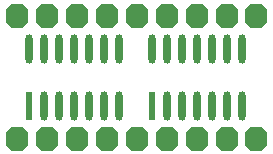
<source format=gts>
G04*
G04 #@! TF.GenerationSoftware,Altium Limited,Altium Designer,21.0.9 (235)*
G04*
G04 Layer_Color=8388736*
%FSAX24Y24*%
%MOIN*%
G70*
G04*
G04 #@! TF.SameCoordinates,2375E4FB-4CFA-4F30-9997-1AA3C3FB1F4C*
G04*
G04*
G04 #@! TF.FilePolarity,Negative*
G04*
G01*
G75*
%ADD15R,0.0245X0.0974*%
G04:AMPARAMS|DCode=16|XSize=97.4mil|YSize=24.5mil|CornerRadius=12.3mil|HoleSize=0mil|Usage=FLASHONLY|Rotation=90.000|XOffset=0mil|YOffset=0mil|HoleType=Round|Shape=RoundedRectangle|*
%AMROUNDEDRECTD16*
21,1,0.0974,0.0000,0,0,90.0*
21,1,0.0729,0.0245,0,0,90.0*
1,1,0.0245,0.0000,0.0364*
1,1,0.0245,0.0000,-0.0364*
1,1,0.0245,0.0000,-0.0364*
1,1,0.0245,0.0000,0.0364*
%
%ADD16ROUNDEDRECTD16*%
G04:AMPARAMS|DCode=17|XSize=73mil|YSize=78mil|CornerRadius=0mil|HoleSize=0mil|Usage=FLASHONLY|Rotation=0.000|XOffset=0mil|YOffset=0mil|HoleType=Round|Shape=Octagon|*
%AMOCTAGOND17*
4,1,8,-0.0183,0.0390,0.0183,0.0390,0.0365,0.0208,0.0365,-0.0208,0.0183,-0.0390,-0.0183,-0.0390,-0.0365,-0.0208,-0.0365,0.0208,-0.0183,0.0390,0.0*
%
%ADD17OCTAGOND17*%

D15*
X005500Y011049D02*
D03*
X001400D02*
D03*
D16*
X006000D02*
D03*
X006500D02*
D03*
X007000D02*
D03*
X007500D02*
D03*
X008000D02*
D03*
X008500D02*
D03*
Y012951D02*
D03*
X008000D02*
D03*
X007500D02*
D03*
X007000D02*
D03*
X006500D02*
D03*
X006000D02*
D03*
X005500D02*
D03*
X001900Y011049D02*
D03*
X002400D02*
D03*
X002900D02*
D03*
X003400D02*
D03*
X003900D02*
D03*
X004400D02*
D03*
Y012951D02*
D03*
X003900D02*
D03*
X003400D02*
D03*
X002900D02*
D03*
X002400D02*
D03*
X001900D02*
D03*
X001400D02*
D03*
D17*
X004000Y014050D02*
D03*
X001030D02*
D03*
Y009950D02*
D03*
X007000D02*
D03*
X008970Y014050D02*
D03*
X006000Y009950D02*
D03*
X005000D02*
D03*
X003000D02*
D03*
X008970D02*
D03*
X002000D02*
D03*
X004000D02*
D03*
X008000D02*
D03*
Y014050D02*
D03*
X007000D02*
D03*
X006000D02*
D03*
X005000D02*
D03*
X003000D02*
D03*
X002000D02*
D03*
M02*

</source>
